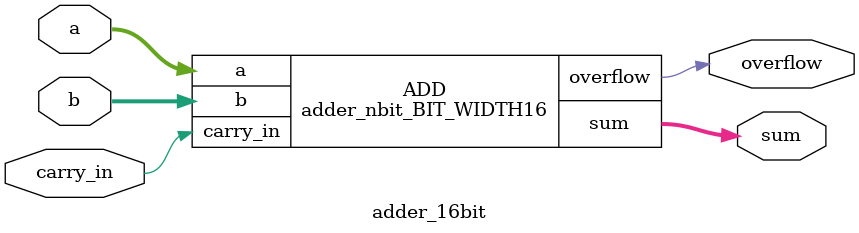
<source format=v>


module adder_1bit_15 ( a, b, carry_in, sum, carry_out );
  input a, b, carry_in;
  output sum, carry_out;
  wire   n2, n3;

  INVX2 U1 ( .A(n3), .Y(carry_out) );
  XOR2X1 U2 ( .A(carry_in), .B(n2), .Y(sum) );
  AOI22X1 U3 ( .A(b), .B(a), .C(n2), .D(carry_in), .Y(n3) );
  XOR2X1 U4 ( .A(a), .B(b), .Y(n2) );
endmodule


module adder_1bit_0 ( a, b, carry_in, sum, carry_out );
  input a, b, carry_in;
  output sum, carry_out;
  wire   n1, n3;

  INVX2 U1 ( .A(n1), .Y(carry_out) );
  XOR2X1 U2 ( .A(carry_in), .B(n3), .Y(sum) );
  AOI22X1 U3 ( .A(b), .B(a), .C(n3), .D(carry_in), .Y(n1) );
  XOR2X1 U4 ( .A(a), .B(b), .Y(n3) );
endmodule


module adder_1bit_1 ( a, b, carry_in, sum, carry_out );
  input a, b, carry_in;
  output sum, carry_out;
  wire   n1, n3;

  INVX2 U1 ( .A(n1), .Y(carry_out) );
  XOR2X1 U2 ( .A(carry_in), .B(n3), .Y(sum) );
  AOI22X1 U3 ( .A(b), .B(a), .C(n3), .D(carry_in), .Y(n1) );
  XOR2X1 U4 ( .A(a), .B(b), .Y(n3) );
endmodule


module adder_1bit_2 ( a, b, carry_in, sum, carry_out );
  input a, b, carry_in;
  output sum, carry_out;
  wire   n1, n3;

  INVX2 U1 ( .A(n1), .Y(carry_out) );
  XOR2X1 U2 ( .A(carry_in), .B(n3), .Y(sum) );
  AOI22X1 U3 ( .A(b), .B(a), .C(n3), .D(carry_in), .Y(n1) );
  XOR2X1 U4 ( .A(a), .B(b), .Y(n3) );
endmodule


module adder_1bit_3 ( a, b, carry_in, sum, carry_out );
  input a, b, carry_in;
  output sum, carry_out;
  wire   n1, n3;

  INVX2 U1 ( .A(n1), .Y(carry_out) );
  XOR2X1 U2 ( .A(carry_in), .B(n3), .Y(sum) );
  AOI22X1 U3 ( .A(b), .B(a), .C(n3), .D(carry_in), .Y(n1) );
  XOR2X1 U4 ( .A(a), .B(b), .Y(n3) );
endmodule


module adder_1bit_4 ( a, b, carry_in, sum, carry_out );
  input a, b, carry_in;
  output sum, carry_out;
  wire   n1, n3;

  INVX2 U1 ( .A(n1), .Y(carry_out) );
  XOR2X1 U2 ( .A(carry_in), .B(n3), .Y(sum) );
  AOI22X1 U3 ( .A(b), .B(a), .C(n3), .D(carry_in), .Y(n1) );
  XOR2X1 U4 ( .A(a), .B(b), .Y(n3) );
endmodule


module adder_1bit_5 ( a, b, carry_in, sum, carry_out );
  input a, b, carry_in;
  output sum, carry_out;
  wire   n1, n3;

  INVX2 U1 ( .A(n1), .Y(carry_out) );
  XOR2X1 U2 ( .A(carry_in), .B(n3), .Y(sum) );
  AOI22X1 U3 ( .A(b), .B(a), .C(n3), .D(carry_in), .Y(n1) );
  XOR2X1 U4 ( .A(a), .B(b), .Y(n3) );
endmodule


module adder_1bit_6 ( a, b, carry_in, sum, carry_out );
  input a, b, carry_in;
  output sum, carry_out;
  wire   n1, n3;

  INVX2 U1 ( .A(n1), .Y(carry_out) );
  XOR2X1 U2 ( .A(carry_in), .B(n3), .Y(sum) );
  AOI22X1 U3 ( .A(b), .B(a), .C(n3), .D(carry_in), .Y(n1) );
  XOR2X1 U4 ( .A(a), .B(b), .Y(n3) );
endmodule


module adder_1bit_7 ( a, b, carry_in, sum, carry_out );
  input a, b, carry_in;
  output sum, carry_out;
  wire   n1, n3;

  INVX2 U1 ( .A(n1), .Y(carry_out) );
  XOR2X1 U2 ( .A(carry_in), .B(n3), .Y(sum) );
  AOI22X1 U3 ( .A(b), .B(a), .C(n3), .D(carry_in), .Y(n1) );
  XOR2X1 U4 ( .A(a), .B(b), .Y(n3) );
endmodule


module adder_1bit_8 ( a, b, carry_in, sum, carry_out );
  input a, b, carry_in;
  output sum, carry_out;
  wire   n1, n3;

  INVX2 U1 ( .A(n1), .Y(carry_out) );
  XOR2X1 U2 ( .A(carry_in), .B(n3), .Y(sum) );
  AOI22X1 U3 ( .A(b), .B(a), .C(n3), .D(carry_in), .Y(n1) );
  XOR2X1 U4 ( .A(a), .B(b), .Y(n3) );
endmodule


module adder_1bit_9 ( a, b, carry_in, sum, carry_out );
  input a, b, carry_in;
  output sum, carry_out;
  wire   n1, n3;

  INVX2 U1 ( .A(n1), .Y(carry_out) );
  XOR2X1 U2 ( .A(carry_in), .B(n3), .Y(sum) );
  AOI22X1 U3 ( .A(b), .B(a), .C(n3), .D(carry_in), .Y(n1) );
  XOR2X1 U4 ( .A(a), .B(b), .Y(n3) );
endmodule


module adder_1bit_10 ( a, b, carry_in, sum, carry_out );
  input a, b, carry_in;
  output sum, carry_out;
  wire   n1, n3;

  INVX2 U1 ( .A(n1), .Y(carry_out) );
  XOR2X1 U2 ( .A(carry_in), .B(n3), .Y(sum) );
  AOI22X1 U3 ( .A(b), .B(a), .C(n3), .D(carry_in), .Y(n1) );
  XOR2X1 U4 ( .A(a), .B(b), .Y(n3) );
endmodule


module adder_1bit_11 ( a, b, carry_in, sum, carry_out );
  input a, b, carry_in;
  output sum, carry_out;
  wire   n1, n3;

  INVX2 U1 ( .A(n1), .Y(carry_out) );
  XOR2X1 U2 ( .A(carry_in), .B(n3), .Y(sum) );
  AOI22X1 U3 ( .A(b), .B(a), .C(n3), .D(carry_in), .Y(n1) );
  XOR2X1 U4 ( .A(a), .B(b), .Y(n3) );
endmodule


module adder_1bit_12 ( a, b, carry_in, sum, carry_out );
  input a, b, carry_in;
  output sum, carry_out;
  wire   n1, n3;

  INVX2 U1 ( .A(n1), .Y(carry_out) );
  XOR2X1 U2 ( .A(carry_in), .B(n3), .Y(sum) );
  AOI22X1 U3 ( .A(b), .B(a), .C(n3), .D(carry_in), .Y(n1) );
  XOR2X1 U4 ( .A(a), .B(b), .Y(n3) );
endmodule


module adder_1bit_13 ( a, b, carry_in, sum, carry_out );
  input a, b, carry_in;
  output sum, carry_out;
  wire   n1, n3;

  INVX2 U1 ( .A(n1), .Y(carry_out) );
  XOR2X1 U2 ( .A(carry_in), .B(n3), .Y(sum) );
  AOI22X1 U3 ( .A(b), .B(a), .C(n3), .D(carry_in), .Y(n1) );
  XOR2X1 U4 ( .A(a), .B(b), .Y(n3) );
endmodule


module adder_1bit_14 ( a, b, carry_in, sum, carry_out );
  input a, b, carry_in;
  output sum, carry_out;
  wire   n1, n3;

  INVX2 U1 ( .A(n1), .Y(carry_out) );
  XOR2X1 U2 ( .A(carry_in), .B(n3), .Y(sum) );
  AOI22X1 U3 ( .A(b), .B(a), .C(n3), .D(carry_in), .Y(n1) );
  XOR2X1 U4 ( .A(a), .B(b), .Y(n3) );
endmodule


module adder_nbit_BIT_WIDTH16 ( a, b, carry_in, sum, overflow );
  input [15:0] a;
  input [15:0] b;
  output [15:0] sum;
  input carry_in;
  output overflow;

  wire   [15:1] carrys;

  adder_1bit_15 \genblk1[0].ADDX  ( .a(a[0]), .b(b[0]), .carry_in(carry_in), 
        .sum(sum[0]), .carry_out(carrys[1]) );
  adder_1bit_14 \genblk1[1].ADDX  ( .a(a[1]), .b(b[1]), .carry_in(carrys[1]), 
        .sum(sum[1]), .carry_out(carrys[2]) );
  adder_1bit_13 \genblk1[2].ADDX  ( .a(a[2]), .b(b[2]), .carry_in(carrys[2]), 
        .sum(sum[2]), .carry_out(carrys[3]) );
  adder_1bit_12 \genblk1[3].ADDX  ( .a(a[3]), .b(b[3]), .carry_in(carrys[3]), 
        .sum(sum[3]), .carry_out(carrys[4]) );
  adder_1bit_11 \genblk1[4].ADDX  ( .a(a[4]), .b(b[4]), .carry_in(carrys[4]), 
        .sum(sum[4]), .carry_out(carrys[5]) );
  adder_1bit_10 \genblk1[5].ADDX  ( .a(a[5]), .b(b[5]), .carry_in(carrys[5]), 
        .sum(sum[5]), .carry_out(carrys[6]) );
  adder_1bit_9 \genblk1[6].ADDX  ( .a(a[6]), .b(b[6]), .carry_in(carrys[6]), 
        .sum(sum[6]), .carry_out(carrys[7]) );
  adder_1bit_8 \genblk1[7].ADDX  ( .a(a[7]), .b(b[7]), .carry_in(carrys[7]), 
        .sum(sum[7]), .carry_out(carrys[8]) );
  adder_1bit_7 \genblk1[8].ADDX  ( .a(a[8]), .b(b[8]), .carry_in(carrys[8]), 
        .sum(sum[8]), .carry_out(carrys[9]) );
  adder_1bit_6 \genblk1[9].ADDX  ( .a(a[9]), .b(b[9]), .carry_in(carrys[9]), 
        .sum(sum[9]), .carry_out(carrys[10]) );
  adder_1bit_5 \genblk1[10].ADDX  ( .a(a[10]), .b(b[10]), .carry_in(carrys[10]), .sum(sum[10]), .carry_out(carrys[11]) );
  adder_1bit_4 \genblk1[11].ADDX  ( .a(a[11]), .b(b[11]), .carry_in(carrys[11]), .sum(sum[11]), .carry_out(carrys[12]) );
  adder_1bit_3 \genblk1[12].ADDX  ( .a(a[12]), .b(b[12]), .carry_in(carrys[12]), .sum(sum[12]), .carry_out(carrys[13]) );
  adder_1bit_2 \genblk1[13].ADDX  ( .a(a[13]), .b(b[13]), .carry_in(carrys[13]), .sum(sum[13]), .carry_out(carrys[14]) );
  adder_1bit_1 \genblk1[14].ADDX  ( .a(a[14]), .b(b[14]), .carry_in(carrys[14]), .sum(sum[14]), .carry_out(carrys[15]) );
  adder_1bit_0 \genblk1[15].ADDX  ( .a(a[15]), .b(b[15]), .carry_in(carrys[15]), .sum(sum[15]), .carry_out(overflow) );
endmodule


module adder_16bit ( a, b, carry_in, sum, overflow );
  input [15:0] a;
  input [15:0] b;
  output [15:0] sum;
  input carry_in;
  output overflow;


  adder_nbit_BIT_WIDTH16 ADD ( .a(a), .b(b), .carry_in(carry_in), .sum(sum), 
        .overflow(overflow) );
endmodule


</source>
